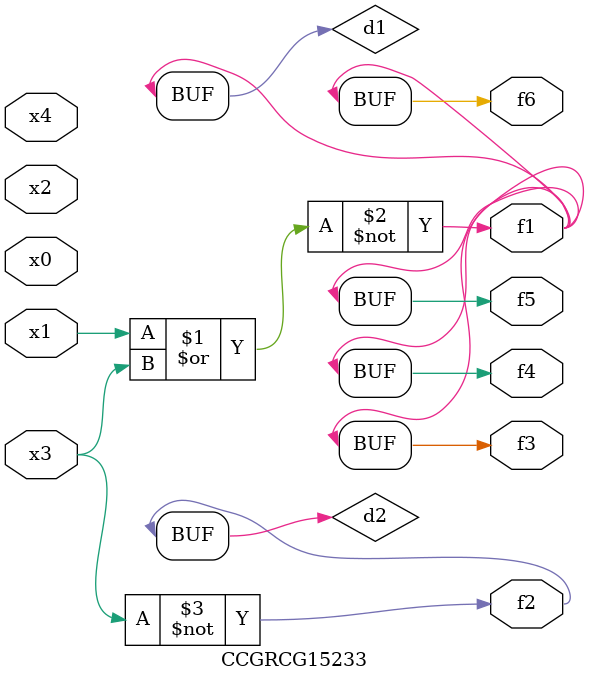
<source format=v>
module CCGRCG15233(
	input x0, x1, x2, x3, x4,
	output f1, f2, f3, f4, f5, f6
);

	wire d1, d2;

	nor (d1, x1, x3);
	not (d2, x3);
	assign f1 = d1;
	assign f2 = d2;
	assign f3 = d1;
	assign f4 = d1;
	assign f5 = d1;
	assign f6 = d1;
endmodule

</source>
